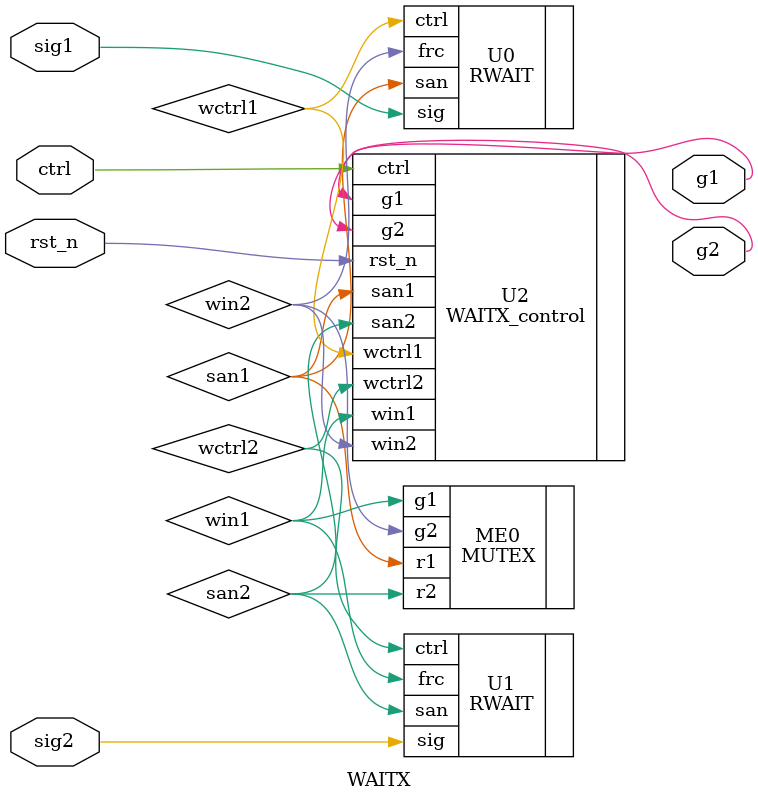
<source format=v>
module WAITX (
    input sig1,
    input sig2,
    input ctrl,
    input rst_n,
    output g1,
    output g2
);

    wire wctrl1;
    wire wctrl2;

    wire san1;
    wire san2;

    wire win1;
    wire win2;

    RWAIT U0 (
        .sig(sig1),
        .frc(win2),
        .ctrl(wctrl1),
        .san(san1)
    );

    RWAIT U1 (
        .sig(sig2),
        .frc(win1),
        .ctrl(wctrl2),
        .san(san2)
    );

    MUTEX ME0 (
        .r1(san1),
        .r2(san2),
        .g1(win1),
        .g2(win2)
    );

    WAITX_control U2 (
        .ctrl(ctrl), 
        .san1(san1), 
        .san2(san2), 
        .win1(win1), 
        .win2(win2), 
        .rst_n(rst_n), 
        .g1(g1), 
        .g2(g2), 
        .wctrl1(wctrl1), 
        .wctrl2(wctrl2)
    );

endmodule
</source>
